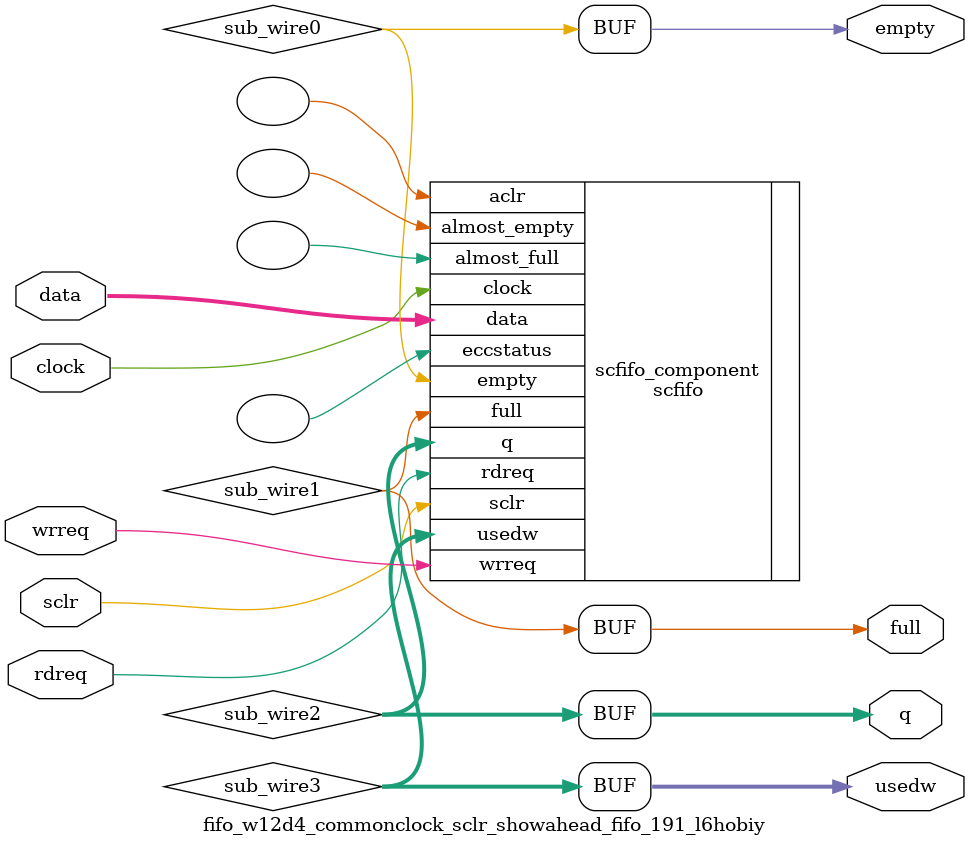
<source format=v>



`timescale 1 ps / 1 ps
// synopsys translate_on
module  fifo_w12d4_commonclock_sclr_showahead_fifo_191_l6hobiy  (
    clock,
    data,
    rdreq,
    sclr,
    wrreq,
    empty,
    full,
    q,
    usedw);

    input    clock;
    input  [11:0]  data;
    input    rdreq;
    input    sclr;
    input    wrreq;
    output   empty;
    output   full;
    output [11:0]  q;
    output [1:0]  usedw;

    wire  sub_wire0;
    wire  sub_wire1;
    wire [11:0] sub_wire2;
    wire [1:0] sub_wire3;
    wire  empty = sub_wire0;
    wire  full = sub_wire1;
    wire [11:0] q = sub_wire2[11:0];
    wire [1:0] usedw = sub_wire3[1:0];

    scfifo  scfifo_component (
                .clock (clock),
                .data (data),
                .rdreq (rdreq),
                .sclr (sclr),
                .wrreq (wrreq),
                .empty (sub_wire0),
                .full (sub_wire1),
                .q (sub_wire2),
                .usedw (sub_wire3),
                .aclr (),
                .almost_empty (),
                .almost_full (),
                .eccstatus ());
    defparam
        scfifo_component.add_ram_output_register  = "OFF",
        scfifo_component.enable_ecc  = "FALSE",
        scfifo_component.intended_device_family  = "Arria 10",
        scfifo_component.lpm_numwords  = 4,
        scfifo_component.lpm_showahead  = "ON",
        scfifo_component.lpm_type  = "scfifo",
        scfifo_component.lpm_width  = 12,
        scfifo_component.lpm_widthu  = 2,
        scfifo_component.overflow_checking  = "ON",
        scfifo_component.underflow_checking  = "ON",
        scfifo_component.use_eab  = "ON";


endmodule



</source>
